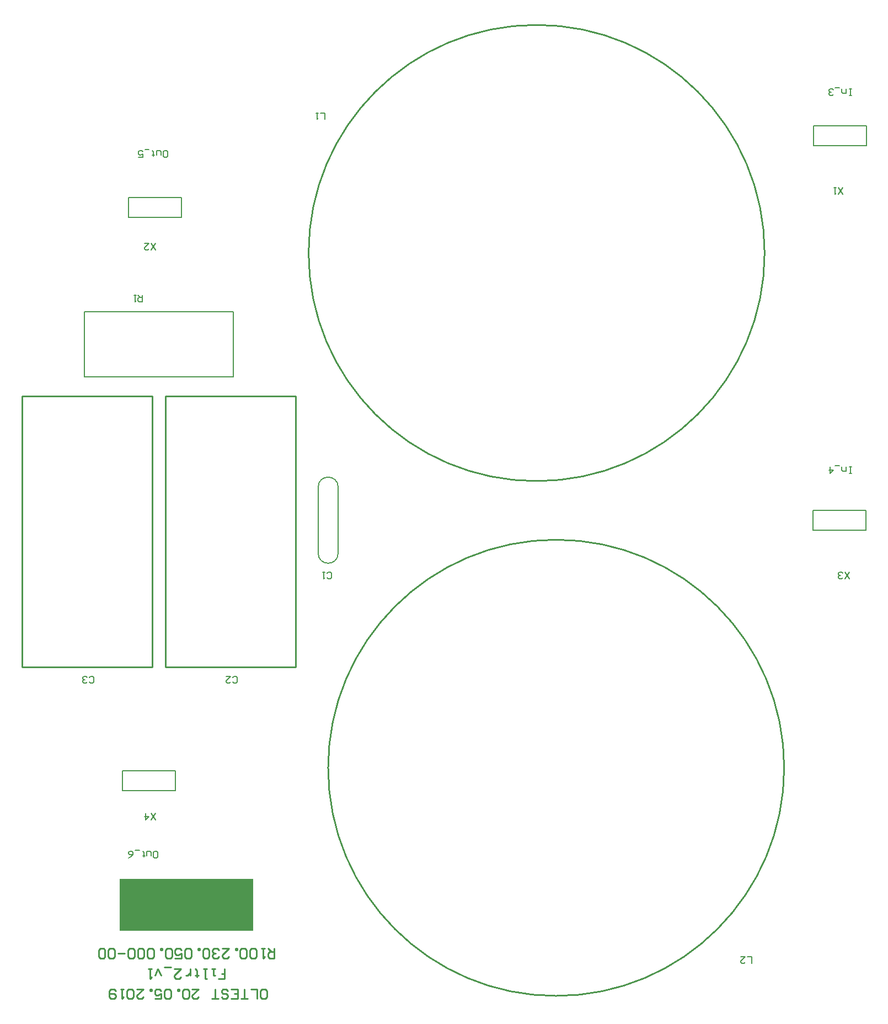
<source format=gto>
G04 Layer_Color=65535*
%FSLAX24Y24*%
%MOIN*%
G70*
G01*
G75*
%ADD18C,0.0050*%
%ADD19C,0.0100*%
%ADD20C,0.0080*%
%ADD21C,0.0059*%
%ADD22C,0.0098*%
%ADD23R,0.8071X0.3150*%
D18*
X20285Y33496D02*
G03*
X19085Y33496I-600J0D01*
G01*
Y29496D02*
G03*
X20285Y29496I600J0D01*
G01*
Y33496D01*
X19085Y29496D02*
Y33496D01*
X4949Y44095D02*
X13949D01*
Y40158D02*
Y44095D01*
X4949Y40158D02*
Y44095D01*
Y40158D02*
X13949D01*
D19*
X46063Y47638D02*
G03*
X46063Y47638I-13780J0D01*
G01*
X47244Y16535D02*
G03*
X47244Y16535I-13780J0D01*
G01*
X1181Y22638D02*
Y38976D01*
Y22638D02*
X5316D01*
X9055D01*
Y38976D01*
X1181D02*
X9055D01*
X9843Y22638D02*
Y38976D01*
Y22638D02*
X13977D01*
X17717D01*
Y38976D01*
X9843D02*
X17717D01*
D20*
X10443Y15148D02*
Y16348D01*
X7243Y15148D02*
X10443D01*
X7243D02*
Y16348D01*
X10443D01*
X52206Y54124D02*
Y55324D01*
X49006Y54124D02*
X52206D01*
X49006D02*
Y55324D01*
X52206D01*
X10836Y49794D02*
Y50994D01*
X7636Y49794D02*
X10836D01*
X7636D02*
Y50994D01*
X10836D01*
X52175Y30896D02*
Y32096D01*
X48975Y30896D02*
X52175D01*
X48975D02*
Y32096D01*
X52175D01*
D21*
X51319Y34324D02*
X51188D01*
X51253D01*
Y34718D01*
X51319D01*
X51188D01*
X50991D02*
Y34455D01*
X50794D01*
X50729Y34521D01*
Y34718D01*
X50597Y34783D02*
X50335D01*
X50007Y34718D02*
Y34324D01*
X50204Y34521D01*
X49941D01*
X51319Y57159D02*
X51188D01*
X51253D01*
Y57553D01*
X51319D01*
X51188D01*
X50991D02*
Y57290D01*
X50794D01*
X50729Y57356D01*
Y57553D01*
X50597Y57618D02*
X50335D01*
X50204Y57225D02*
X50138Y57159D01*
X50007D01*
X49941Y57225D01*
Y57290D01*
X50007Y57356D01*
X50073D01*
X50007D01*
X49941Y57421D01*
Y57487D01*
X50007Y57553D01*
X50138D01*
X50204Y57487D01*
X9784Y53419D02*
X9915D01*
X9980Y53484D01*
Y53747D01*
X9915Y53812D01*
X9784D01*
X9718Y53747D01*
Y53484D01*
X9784Y53419D01*
X9587Y53550D02*
Y53747D01*
X9521Y53812D01*
X9324D01*
Y53550D01*
X9128Y53484D02*
Y53550D01*
X9193D01*
X9062D01*
X9128D01*
Y53747D01*
X9062Y53812D01*
X8865Y53878D02*
X8603D01*
X8209Y53419D02*
X8472D01*
Y53616D01*
X8340Y53550D01*
X8275D01*
X8209Y53616D01*
Y53747D01*
X8275Y53812D01*
X8406D01*
X8472Y53747D01*
X9193Y11096D02*
X9324D01*
X9390Y11162D01*
Y11424D01*
X9324Y11490D01*
X9193D01*
X9127Y11424D01*
Y11162D01*
X9193Y11096D01*
X8996Y11227D02*
Y11424D01*
X8931Y11490D01*
X8734D01*
Y11227D01*
X8537Y11162D02*
Y11227D01*
X8603D01*
X8471D01*
X8537D01*
Y11424D01*
X8471Y11490D01*
X8275Y11555D02*
X8012D01*
X7619Y11096D02*
X7750Y11162D01*
X7881Y11293D01*
Y11424D01*
X7815Y11490D01*
X7684D01*
X7619Y11424D01*
Y11358D01*
X7684Y11293D01*
X7881D01*
X9252Y13386D02*
X8990Y13780D01*
Y13386D02*
X9252Y13780D01*
X8662D02*
Y13386D01*
X8858Y13583D01*
X8596D01*
X51181Y27953D02*
X50919Y28346D01*
Y27953D02*
X51181Y28346D01*
X50788Y28018D02*
X50722Y27953D01*
X50591D01*
X50525Y28018D01*
Y28084D01*
X50591Y28150D01*
X50656D01*
X50591D01*
X50525Y28215D01*
Y28281D01*
X50591Y28346D01*
X50722D01*
X50788Y28281D01*
X9252Y47835D02*
X8990Y48228D01*
Y47835D02*
X9252Y48228D01*
X8596D02*
X8858D01*
X8596Y47966D01*
Y47900D01*
X8662Y47835D01*
X8793D01*
X8858Y47900D01*
X50787Y51181D02*
X50525Y51575D01*
Y51181D02*
X50787Y51575D01*
X50394D02*
X50263D01*
X50328D01*
Y51181D01*
X50394Y51247D01*
X8465Y45079D02*
Y44685D01*
X8268D01*
X8202Y44751D01*
Y44882D01*
X8268Y44948D01*
X8465D01*
X8333D02*
X8202Y45079D01*
X8071D02*
X7940D01*
X8005D01*
Y44685D01*
X8071Y44751D01*
X45276Y4725D02*
Y5118D01*
X45013D01*
X44620D02*
X44882D01*
X44620Y4856D01*
Y4790D01*
X44685Y4725D01*
X44816D01*
X44882Y4790D01*
X19488Y55709D02*
Y56102D01*
X19226D01*
X19095D02*
X18963D01*
X19029D01*
Y55709D01*
X19095Y55774D01*
X5249Y21719D02*
X5315Y21654D01*
X5446D01*
X5512Y21719D01*
Y21982D01*
X5446Y22047D01*
X5315D01*
X5249Y21982D01*
X5118Y21719D02*
X5053Y21654D01*
X4921D01*
X4856Y21719D01*
Y21785D01*
X4921Y21850D01*
X4987D01*
X4921D01*
X4856Y21916D01*
Y21982D01*
X4921Y22047D01*
X5053D01*
X5118Y21982D01*
X13911Y21719D02*
X13976Y21654D01*
X14108D01*
X14173Y21719D01*
Y21982D01*
X14108Y22047D01*
X13976D01*
X13911Y21982D01*
X13517Y22047D02*
X13780D01*
X13517Y21785D01*
Y21719D01*
X13583Y21654D01*
X13714D01*
X13780Y21719D01*
X19620Y28018D02*
X19685Y27953D01*
X19816D01*
X19882Y28018D01*
Y28281D01*
X19816Y28346D01*
X19685D01*
X19620Y28281D01*
X19488Y28346D02*
X19357D01*
X19423D01*
Y27953D01*
X19488Y28018D01*
D22*
X13041Y3794D02*
X13434D01*
Y4089D01*
X13238D01*
X13434D01*
Y4384D01*
X12844D02*
X12647D01*
X12746D01*
Y3991D01*
X12844D01*
X12352Y4384D02*
X12155D01*
X12254D01*
Y3794D01*
X12352D01*
X11762Y3892D02*
Y3991D01*
X11860D01*
X11663D01*
X11762D01*
Y4286D01*
X11663Y4384D01*
X11368Y3991D02*
Y4384D01*
Y4187D01*
X11270Y4089D01*
X11171Y3991D01*
X11073D01*
X10384Y4384D02*
X10778D01*
X10384Y3991D01*
Y3892D01*
X10482Y3794D01*
X10679D01*
X10778Y3892D01*
X10187Y4482D02*
X9794D01*
X9597Y3991D02*
X9400Y4384D01*
X9203Y3991D01*
X9007Y4384D02*
X8810D01*
X8908D01*
Y3794D01*
X9007Y3892D01*
X16435Y5630D02*
Y5039D01*
X16140D01*
X16042Y5138D01*
Y5335D01*
X16140Y5433D01*
X16435D01*
X16238D02*
X16042Y5630D01*
X15845D02*
X15648D01*
X15747D01*
Y5039D01*
X15845Y5138D01*
X15353D02*
X15255Y5039D01*
X15058D01*
X14959Y5138D01*
Y5531D01*
X15058Y5630D01*
X15255D01*
X15353Y5531D01*
Y5138D01*
X14763D02*
X14664Y5039D01*
X14467D01*
X14369Y5138D01*
Y5531D01*
X14467Y5630D01*
X14664D01*
X14763Y5531D01*
Y5138D01*
X14172Y5630D02*
Y5531D01*
X14074D01*
Y5630D01*
X14172D01*
X13287D02*
X13680D01*
X13287Y5236D01*
Y5138D01*
X13385Y5039D01*
X13582D01*
X13680Y5138D01*
X13090D02*
X12992Y5039D01*
X12795D01*
X12696Y5138D01*
Y5236D01*
X12795Y5335D01*
X12893D01*
X12795D01*
X12696Y5433D01*
Y5531D01*
X12795Y5630D01*
X12992D01*
X13090Y5531D01*
X12500Y5138D02*
X12401Y5039D01*
X12204D01*
X12106Y5138D01*
Y5531D01*
X12204Y5630D01*
X12401D01*
X12500Y5531D01*
Y5138D01*
X11909Y5630D02*
Y5531D01*
X11811D01*
Y5630D01*
X11909D01*
X11417Y5138D02*
X11319Y5039D01*
X11122D01*
X11024Y5138D01*
Y5531D01*
X11122Y5630D01*
X11319D01*
X11417Y5531D01*
Y5138D01*
X10433Y5039D02*
X10827D01*
Y5335D01*
X10630Y5236D01*
X10532D01*
X10433Y5335D01*
Y5531D01*
X10532Y5630D01*
X10728D01*
X10827Y5531D01*
X10237Y5138D02*
X10138Y5039D01*
X9941D01*
X9843Y5138D01*
Y5531D01*
X9941Y5630D01*
X10138D01*
X10237Y5531D01*
Y5138D01*
X9646Y5630D02*
Y5531D01*
X9548D01*
Y5630D01*
X9646D01*
X9154Y5138D02*
X9056Y5039D01*
X8859D01*
X8761Y5138D01*
Y5531D01*
X8859Y5630D01*
X9056D01*
X9154Y5531D01*
Y5138D01*
X8564D02*
X8465Y5039D01*
X8269D01*
X8170Y5138D01*
Y5531D01*
X8269Y5630D01*
X8465D01*
X8564Y5531D01*
Y5138D01*
X7973D02*
X7875Y5039D01*
X7678D01*
X7580Y5138D01*
Y5531D01*
X7678Y5630D01*
X7875D01*
X7973Y5531D01*
Y5138D01*
X7383Y5335D02*
X6990D01*
X6793Y5138D02*
X6694Y5039D01*
X6498D01*
X6399Y5138D01*
Y5531D01*
X6498Y5630D01*
X6694D01*
X6793Y5531D01*
Y5138D01*
X6202D02*
X6104Y5039D01*
X5907D01*
X5809Y5138D01*
Y5531D01*
X5907Y5630D01*
X6104D01*
X6202Y5531D01*
Y5138D01*
X15697Y2579D02*
X15894D01*
X15993Y2677D01*
Y3071D01*
X15894Y3169D01*
X15697D01*
X15599Y3071D01*
Y2677D01*
X15697Y2579D01*
X15402D02*
Y3169D01*
X15009D01*
X14812Y2579D02*
X14418D01*
X14615D01*
Y3169D01*
X13828Y2579D02*
X14221D01*
Y3169D01*
X13828D01*
X14221Y2874D02*
X14025D01*
X13238Y2677D02*
X13336Y2579D01*
X13533D01*
X13631Y2677D01*
Y2776D01*
X13533Y2874D01*
X13336D01*
X13238Y2973D01*
Y3071D01*
X13336Y3169D01*
X13533D01*
X13631Y3071D01*
X13041Y2579D02*
X12647D01*
X12844D01*
Y3169D01*
X11466D02*
X11860D01*
X11466Y2776D01*
Y2677D01*
X11565Y2579D01*
X11762D01*
X11860Y2677D01*
X11270D02*
X11171Y2579D01*
X10974D01*
X10876Y2677D01*
Y3071D01*
X10974Y3169D01*
X11171D01*
X11270Y3071D01*
Y2677D01*
X10679Y3169D02*
Y3071D01*
X10581D01*
Y3169D01*
X10679D01*
X10187Y2677D02*
X10089Y2579D01*
X9892D01*
X9794Y2677D01*
Y3071D01*
X9892Y3169D01*
X10089D01*
X10187Y3071D01*
Y2677D01*
X9203Y2579D02*
X9597D01*
Y2874D01*
X9400Y2776D01*
X9302D01*
X9203Y2874D01*
Y3071D01*
X9302Y3169D01*
X9499D01*
X9597Y3071D01*
X9007Y3169D02*
Y3071D01*
X8908D01*
Y3169D01*
X9007D01*
X8121D02*
X8515D01*
X8121Y2776D01*
Y2677D01*
X8219Y2579D01*
X8416D01*
X8515Y2677D01*
X7924D02*
X7826Y2579D01*
X7629D01*
X7531Y2677D01*
Y3071D01*
X7629Y3169D01*
X7826D01*
X7924Y3071D01*
Y2677D01*
X7334Y3169D02*
X7137D01*
X7236D01*
Y2579D01*
X7334Y2677D01*
X6842Y3071D02*
X6744Y3169D01*
X6547D01*
X6448Y3071D01*
Y2677D01*
X6547Y2579D01*
X6744D01*
X6842Y2677D01*
Y2776D01*
X6744Y2874D01*
X6448D01*
D23*
X11122Y8268D02*
D03*
M02*

</source>
